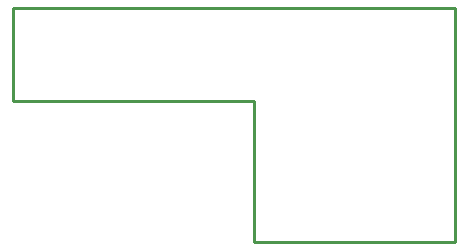
<source format=gbr>
G04 EAGLE Gerber RS-274X export*
G75*
%MOMM*%
%FSLAX34Y34*%
%LPD*%
%IN*%
%IPPOS*%
%AMOC8*
5,1,8,0,0,1.08239X$1,22.5*%
G01*
%ADD10C,0.254000*%


D10*
X162560Y200660D02*
X367030Y200660D01*
X367030Y81280D01*
X537210Y81280D01*
X537210Y279400D01*
X162560Y279400D01*
X162560Y200660D01*
M02*

</source>
